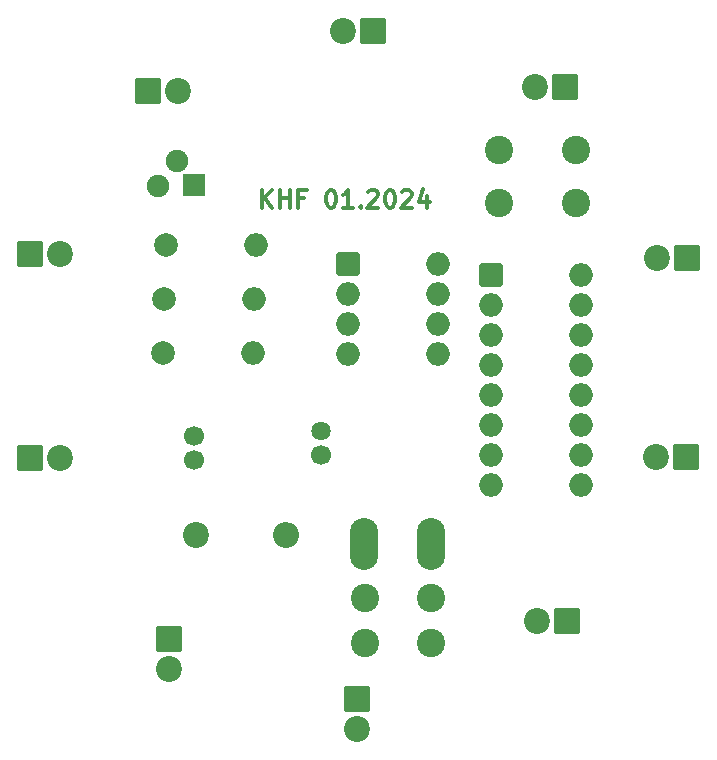
<source format=gbr>
%TF.GenerationSoftware,KiCad,Pcbnew,8.0.1*%
%TF.CreationDate,2024-04-02T10:16:43+02:00*%
%TF.ProjectId,GluecksraD,476c7565-636b-4737-9261-442e6b696361,rev?*%
%TF.SameCoordinates,Original*%
%TF.FileFunction,Soldermask,Top*%
%TF.FilePolarity,Negative*%
%FSLAX46Y46*%
G04 Gerber Fmt 4.6, Leading zero omitted, Abs format (unit mm)*
G04 Created by KiCad (PCBNEW 8.0.1) date 2024-04-02 10:16:43*
%MOMM*%
%LPD*%
G01*
G04 APERTURE LIST*
G04 Aperture macros list*
%AMRoundRect*
0 Rectangle with rounded corners*
0 $1 Rounding radius*
0 $2 $3 $4 $5 $6 $7 $8 $9 X,Y pos of 4 corners*
0 Add a 4 corners polygon primitive as box body*
4,1,4,$2,$3,$4,$5,$6,$7,$8,$9,$2,$3,0*
0 Add four circle primitives for the rounded corners*
1,1,$1+$1,$2,$3*
1,1,$1+$1,$4,$5*
1,1,$1+$1,$6,$7*
1,1,$1+$1,$8,$9*
0 Add four rect primitives between the rounded corners*
20,1,$1+$1,$2,$3,$4,$5,0*
20,1,$1+$1,$4,$5,$6,$7,0*
20,1,$1+$1,$6,$7,$8,$9,0*
20,1,$1+$1,$8,$9,$2,$3,0*%
G04 Aperture macros list end*
%ADD10C,0.300000*%
%ADD11C,1.630000*%
%ADD12C,1.700000*%
%ADD13C,2.000000*%
%ADD14O,2.000000X2.000000*%
%ADD15C,2.200000*%
%ADD16O,2.200000X2.200000*%
%ADD17O,2.400000X4.400000*%
%ADD18RoundRect,0.200000X-0.800000X-0.800000X0.800000X-0.800000X0.800000X0.800000X-0.800000X0.800000X0*%
%ADD19C,2.400000*%
%ADD20RoundRect,0.200000X0.900000X0.900000X-0.900000X0.900000X-0.900000X-0.900000X0.900000X-0.900000X0*%
%ADD21RoundRect,0.200000X-0.900000X0.900000X-0.900000X-0.900000X0.900000X-0.900000X0.900000X0.900000X0*%
%ADD22RoundRect,0.200000X-0.900000X-0.900000X0.900000X-0.900000X0.900000X0.900000X-0.900000X0.900000X0*%
%ADD23RoundRect,0.200000X0.750000X0.750000X-0.750000X0.750000X-0.750000X-0.750000X0.750000X-0.750000X0*%
%ADD24C,1.900000*%
G04 APERTURE END LIST*
D10*
X64434510Y-61900828D02*
X64434510Y-60400828D01*
X65291653Y-61900828D02*
X64648796Y-61043685D01*
X65291653Y-60400828D02*
X64434510Y-61257971D01*
X65934510Y-61900828D02*
X65934510Y-60400828D01*
X65934510Y-61115114D02*
X66791653Y-61115114D01*
X66791653Y-61900828D02*
X66791653Y-60400828D01*
X68005939Y-61115114D02*
X67505939Y-61115114D01*
X67505939Y-61900828D02*
X67505939Y-60400828D01*
X67505939Y-60400828D02*
X68220225Y-60400828D01*
X70220225Y-60400828D02*
X70363082Y-60400828D01*
X70363082Y-60400828D02*
X70505939Y-60472257D01*
X70505939Y-60472257D02*
X70577368Y-60543685D01*
X70577368Y-60543685D02*
X70648796Y-60686542D01*
X70648796Y-60686542D02*
X70720225Y-60972257D01*
X70720225Y-60972257D02*
X70720225Y-61329400D01*
X70720225Y-61329400D02*
X70648796Y-61615114D01*
X70648796Y-61615114D02*
X70577368Y-61757971D01*
X70577368Y-61757971D02*
X70505939Y-61829400D01*
X70505939Y-61829400D02*
X70363082Y-61900828D01*
X70363082Y-61900828D02*
X70220225Y-61900828D01*
X70220225Y-61900828D02*
X70077368Y-61829400D01*
X70077368Y-61829400D02*
X70005939Y-61757971D01*
X70005939Y-61757971D02*
X69934510Y-61615114D01*
X69934510Y-61615114D02*
X69863082Y-61329400D01*
X69863082Y-61329400D02*
X69863082Y-60972257D01*
X69863082Y-60972257D02*
X69934510Y-60686542D01*
X69934510Y-60686542D02*
X70005939Y-60543685D01*
X70005939Y-60543685D02*
X70077368Y-60472257D01*
X70077368Y-60472257D02*
X70220225Y-60400828D01*
X72148796Y-61900828D02*
X71291653Y-61900828D01*
X71720224Y-61900828D02*
X71720224Y-60400828D01*
X71720224Y-60400828D02*
X71577367Y-60615114D01*
X71577367Y-60615114D02*
X71434510Y-60757971D01*
X71434510Y-60757971D02*
X71291653Y-60829400D01*
X72791652Y-61757971D02*
X72863081Y-61829400D01*
X72863081Y-61829400D02*
X72791652Y-61900828D01*
X72791652Y-61900828D02*
X72720224Y-61829400D01*
X72720224Y-61829400D02*
X72791652Y-61757971D01*
X72791652Y-61757971D02*
X72791652Y-61900828D01*
X73434510Y-60543685D02*
X73505938Y-60472257D01*
X73505938Y-60472257D02*
X73648796Y-60400828D01*
X73648796Y-60400828D02*
X74005938Y-60400828D01*
X74005938Y-60400828D02*
X74148796Y-60472257D01*
X74148796Y-60472257D02*
X74220224Y-60543685D01*
X74220224Y-60543685D02*
X74291653Y-60686542D01*
X74291653Y-60686542D02*
X74291653Y-60829400D01*
X74291653Y-60829400D02*
X74220224Y-61043685D01*
X74220224Y-61043685D02*
X73363081Y-61900828D01*
X73363081Y-61900828D02*
X74291653Y-61900828D01*
X75220224Y-60400828D02*
X75363081Y-60400828D01*
X75363081Y-60400828D02*
X75505938Y-60472257D01*
X75505938Y-60472257D02*
X75577367Y-60543685D01*
X75577367Y-60543685D02*
X75648795Y-60686542D01*
X75648795Y-60686542D02*
X75720224Y-60972257D01*
X75720224Y-60972257D02*
X75720224Y-61329400D01*
X75720224Y-61329400D02*
X75648795Y-61615114D01*
X75648795Y-61615114D02*
X75577367Y-61757971D01*
X75577367Y-61757971D02*
X75505938Y-61829400D01*
X75505938Y-61829400D02*
X75363081Y-61900828D01*
X75363081Y-61900828D02*
X75220224Y-61900828D01*
X75220224Y-61900828D02*
X75077367Y-61829400D01*
X75077367Y-61829400D02*
X75005938Y-61757971D01*
X75005938Y-61757971D02*
X74934509Y-61615114D01*
X74934509Y-61615114D02*
X74863081Y-61329400D01*
X74863081Y-61329400D02*
X74863081Y-60972257D01*
X74863081Y-60972257D02*
X74934509Y-60686542D01*
X74934509Y-60686542D02*
X75005938Y-60543685D01*
X75005938Y-60543685D02*
X75077367Y-60472257D01*
X75077367Y-60472257D02*
X75220224Y-60400828D01*
X76291652Y-60543685D02*
X76363080Y-60472257D01*
X76363080Y-60472257D02*
X76505938Y-60400828D01*
X76505938Y-60400828D02*
X76863080Y-60400828D01*
X76863080Y-60400828D02*
X77005938Y-60472257D01*
X77005938Y-60472257D02*
X77077366Y-60543685D01*
X77077366Y-60543685D02*
X77148795Y-60686542D01*
X77148795Y-60686542D02*
X77148795Y-60829400D01*
X77148795Y-60829400D02*
X77077366Y-61043685D01*
X77077366Y-61043685D02*
X76220223Y-61900828D01*
X76220223Y-61900828D02*
X77148795Y-61900828D01*
X78434509Y-60900828D02*
X78434509Y-61900828D01*
X78077366Y-60329400D02*
X77720223Y-61400828D01*
X77720223Y-61400828D02*
X78648794Y-61400828D01*
D11*
%TO.C,C1*%
X69470000Y-80830000D03*
D12*
X69470000Y-82830000D03*
%TD*%
D13*
%TO.C,R2*%
X56160000Y-69640000D03*
D14*
X63780000Y-69640000D03*
%TD*%
D13*
%TO.C,R3*%
X56050000Y-74190000D03*
D14*
X63670000Y-74190000D03*
%TD*%
D15*
%TO.C,R4*%
X58890000Y-89650000D03*
D16*
X66510000Y-89650000D03*
%TD*%
D17*
%TO.C,+9V*%
X73120000Y-90424000D03*
%TD*%
D18*
%TO.C,U2*%
X71740000Y-66690000D03*
D14*
X71740000Y-69230000D03*
X71740000Y-71770000D03*
X71740000Y-74310000D03*
X79360000Y-74310000D03*
X79360000Y-71770000D03*
X79360000Y-69230000D03*
X79360000Y-66690000D03*
%TD*%
D18*
%TO.C,U3*%
X83845001Y-67615001D03*
D14*
X83845001Y-70155001D03*
X83845001Y-72695001D03*
X83845001Y-75235001D03*
X83845001Y-77775001D03*
X83845001Y-80315001D03*
X83845001Y-82855001D03*
X83845001Y-85395001D03*
X91465001Y-85395001D03*
X91465001Y-82855001D03*
X91465001Y-80315001D03*
X91465001Y-77775001D03*
X91465001Y-75235001D03*
X91465001Y-72695001D03*
X91465001Y-70155001D03*
X91465001Y-67615001D03*
%TD*%
D17*
%TO.C,0V*%
X78740000Y-90424000D03*
%TD*%
D19*
%TO.C,S1*%
X84500000Y-57000000D03*
X91000000Y-57000000D03*
X84500000Y-61500000D03*
X91000000Y-61500000D03*
%TD*%
D12*
%TO.C,C2*%
X58674000Y-81280000D03*
X58674000Y-83280000D03*
%TD*%
D19*
%TO.C,LP*%
X73152000Y-98806000D03*
%TD*%
%TO.C,LP*%
X78740000Y-98806000D03*
%TD*%
%TO.C,LP*%
X78740000Y-94996000D03*
%TD*%
D13*
%TO.C,R1*%
X56280000Y-65090000D03*
D14*
X63900000Y-65090000D03*
%TD*%
D19*
%TO.C,LP*%
X73152000Y-94996000D03*
%TD*%
D20*
%TO.C,1*%
X73830000Y-46940000D03*
D15*
X71290000Y-46940000D03*
%TD*%
D20*
%TO.C,2*%
X90110000Y-51670000D03*
D15*
X87570000Y-51670000D03*
%TD*%
D20*
%TO.C,3*%
X100410000Y-66210000D03*
D15*
X97870000Y-66210000D03*
%TD*%
D20*
%TO.C,4*%
X100320000Y-83050000D03*
D15*
X97780000Y-83050000D03*
%TD*%
D20*
%TO.C,5*%
X90260000Y-96920000D03*
D15*
X87720000Y-96920000D03*
%TD*%
D21*
%TO.C,6*%
X72490000Y-103500000D03*
D15*
X72490000Y-106040000D03*
%TD*%
D21*
%TO.C,7*%
X56570000Y-98410000D03*
D15*
X56570000Y-100950000D03*
%TD*%
D22*
%TO.C,8*%
X44810000Y-83090000D03*
D15*
X47350000Y-83090000D03*
%TD*%
D22*
%TO.C,9*%
X44810000Y-65800000D03*
D15*
X47350000Y-65800000D03*
%TD*%
D22*
%TO.C,10*%
X54760000Y-51990000D03*
D15*
X57300000Y-51990000D03*
%TD*%
D23*
%TO.C,REF\u002A\u002A*%
X58677000Y-59961000D03*
D24*
X57280000Y-57929000D03*
X55629000Y-60088000D03*
%TD*%
M02*

</source>
